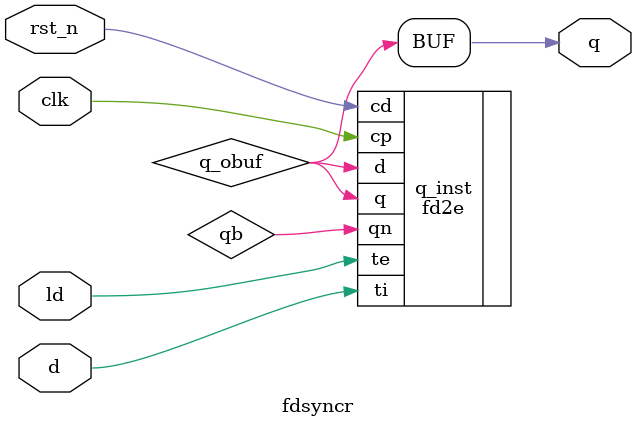
<source format=v>
`include "defs.v"

module fdsyncr
(
	output q,
	input d,
	input ld,
	input clk,
	input rst_n
);
wire qb;

// Output buffers
wire q_obuf;


// Output buffers
assign q = q_obuf;


// DUPLO.NET (309) - q : fd2e
fd2e q_inst
(
	.q(q_obuf), // OUT
	.qn(qb), // OUT
	.d(q_obuf), // IN
	.cp(clk), // IN
	.cd(rst_n), // IN
	.ti(d), // IN
	.te(ld)  // IN
);

// DUPLO.NET (310) - dummy : dummy
endmodule

</source>
